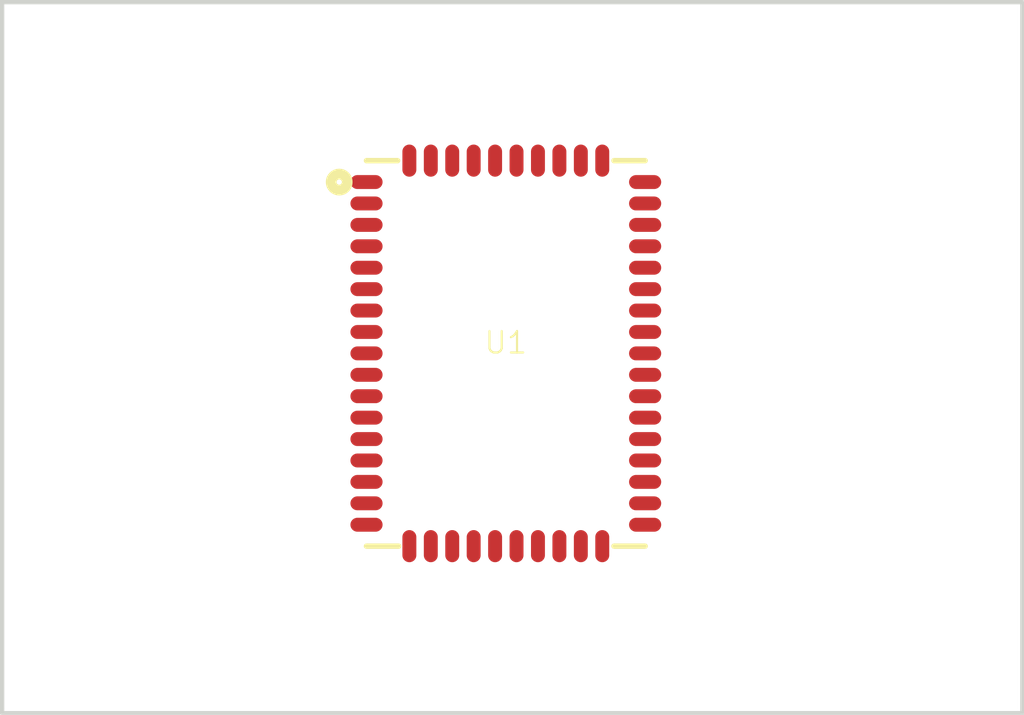
<source format=kicad_pcb>
(kicad_pcb (version 20221018) (generator pcbnew)
  (layers (0 "F.Cu" signal) (31 "B.Cu" signal) (34 "B.Paste" user) (35 "F.Paste" user) (36 "B.SilkS" user "B.Silkscreen") (37 "F.SilkS" user "F.Silkscreen") (38 "B.Mask" user) (39 "F.Mask" user) (44 "Edge.Cuts" user))
  (net 0 "")
  (footprint "QCC3040:QCC3040" (layer "F.Cu") (at 169.3 112.8)
    (fp_text reference "U1" (at 0 -0.5 unlocked) (layer "F.SilkS") (effects (font (thickness 0.1))))
    (fp_text value "~")
    (fp_line (start -6.5 9) (end -5 9) (stroke (width 0.254)) (layer "F.SilkS"))
    (fp_line (start -5.05 -9) (end -6.5 -9) (stroke (width 0.254)) (layer "F.SilkS"))
    (fp_line (start 5.05 9) (end 6.5 9) (stroke (width 0.254)) (layer "F.SilkS"))
    (fp_line (start 6.5 -9) (end 5.05 -9) (stroke (width 0.254)) (layer "F.SilkS"))
    (fp_circle (center -7.77328 -7.99884) (end -7.77328 -8.1237) (stroke (width 0.5)) (fill none) (layer "F.SilkS"))
    (pad "1" smd oval (at -6.5 -8.00001 90) (size 0.65 1.5) (layers "F.Cu" "F.Paste" "F.Mask"))
    (pad "2" smd oval (at -6.5 -7.00001 90) (size 0.65 1.5) (layers "F.Cu" "F.Paste" "F.Mask"))
    (pad "3" smd oval (at -6.5 -6.00001 90) (size 0.65 1.5) (layers "F.Cu" "F.Paste" "F.Mask"))
    (pad "4" smd oval (at -6.5 -5.00001 90) (size 0.65 1.5) (layers "F.Cu" "F.Paste" "F.Mask"))
    (pad "5" smd oval (at -6.5 -4.00001 90) (size 0.65 1.5) (layers "F.Cu" "F.Paste" "F.Mask"))
    (pad "6" smd oval (at -6.5 -3 90) (size 0.65 1.5) (layers "F.Cu" "F.Paste" "F.Mask"))
    (pad "7" smd oval (at -6.5 -2 90) (size 0.65 1.5) (layers "F.Cu" "F.Paste" "F.Mask"))
    (pad "8" smd oval (at -6.5 -1 90) (size 0.65 1.5) (layers "F.Cu" "F.Paste" "F.Mask"))
    (pad "9" smd oval (at -6.5 0 90) (size 0.65 1.5) (layers "F.Cu" "F.Paste" "F.Mask"))
    (pad "10" smd oval (at -6.5 1 90) (size 0.65 1.5) (layers "F.Cu" "F.Paste" "F.Mask"))
    (pad "11" smd oval (at -6.5 2 90) (size 0.65 1.5) (layers "F.Cu" "F.Paste" "F.Mask"))
    (pad "12" smd oval (at -6.5 3 90) (size 0.65 1.5) (layers "F.Cu" "F.Paste" "F.Mask"))
    (pad "13" smd oval (at -6.5 4 90) (size 0.65 1.5) (layers "F.Cu" "F.Paste" "F.Mask"))
    (pad "14" smd oval (at -6.5 5 90) (size 0.65 1.5) (layers "F.Cu" "F.Paste" "F.Mask"))
    (pad "15" smd oval (at -6.5 6 90) (size 0.65 1.5) (layers "F.Cu" "F.Paste" "F.Mask"))
    (pad "16" smd oval (at -6.5 7 90) (size 0.65 1.5) (layers "F.Cu" "F.Paste" "F.Mask"))
    (pad "17" smd oval (at -6.5 8 90) (size 0.65 1.5) (layers "F.Cu" "F.Paste" "F.Mask"))
    (pad "18" smd oval (at -4.5 9) (size 0.65 1.5) (layers "F.Cu" "F.Paste" "F.Mask"))
    (pad "19" smd oval (at -3.5 9) (size 0.65 1.5) (layers "F.Cu" "F.Paste" "F.Mask"))
    (pad "20" smd oval (at -2.5 9) (size 0.65 1.5) (layers "F.Cu" "F.Paste" "F.Mask"))
    (pad "21" smd oval (at -1.5 9) (size 0.65 1.5) (layers "F.Cu" "F.Paste" "F.Mask"))
    (pad "22" smd oval (at -0.5 9) (size 0.65 1.5) (layers "F.Cu" "F.Paste" "F.Mask"))
    (pad "23" smd oval (at 0.5 9) (size 0.65 1.5) (layers "F.Cu" "F.Paste" "F.Mask"))
    (pad "24" smd oval (at 1.5 9) (size 0.65 1.5) (layers "F.Cu" "F.Paste" "F.Mask"))
    (pad "25" smd oval (at 2.5 9) (size 0.65 1.5) (layers "F.Cu" "F.Paste" "F.Mask"))
    (pad "26" smd oval (at 3.5 9) (size 0.65 1.5) (layers "F.Cu" "F.Paste" "F.Mask"))
    (pad "27" smd oval (at 4.5 9) (size 0.65 1.5) (layers "F.Cu" "F.Paste" "F.Mask"))
    (pad "28" smd oval (at 6.5 8 90) (size 0.65 1.5) (layers "F.Cu" "F.Paste" "F.Mask"))
    (pad "29" smd oval (at 6.5 7 90) (size 0.65 1.5) (layers "F.Cu" "F.Paste" "F.Mask"))
    (pad "30" smd oval (at 6.5 6 90) (size 0.65 1.5) (layers "F.Cu" "F.Paste" "F.Mask"))
    (pad "31" smd oval (at 6.5 5 90) (size 0.65 1.5) (layers "F.Cu" "F.Paste" "F.Mask"))
    (pad "32" smd oval (at 6.5 4 90) (size 0.65 1.5) (layers "F.Cu" "F.Paste" "F.Mask"))
    (pad "33" smd oval (at 6.5 3 90) (size 0.65 1.5) (layers "F.Cu" "F.Paste" "F.Mask"))
    (pad "34" smd oval (at 6.5 2 90) (size 0.65 1.5) (layers "F.Cu" "F.Paste" "F.Mask"))
    (pad "35" smd oval (at 6.5 1 90) (size 0.65 1.5) (layers "F.Cu" "F.Paste" "F.Mask"))
    (pad "36" smd oval (at 6.5 0 90) (size 0.65 1.5) (layers "F.Cu" "F.Paste" "F.Mask"))
    (pad "37" smd oval (at 6.5 -1 90) (size 0.65 1.5) (layers "F.Cu" "F.Paste" "F.Mask"))
    (pad "38" smd oval (at 6.5 -2 90) (size 0.65 1.5) (layers "F.Cu" "F.Paste" "F.Mask"))
    (pad "39" smd oval (at 6.5 -3 90) (size 0.65 1.5) (layers "F.Cu" "F.Paste" "F.Mask"))
    (pad "40" smd oval (at 6.5 -4.00001 90) (size 0.65 1.5) (layers "F.Cu" "F.Paste" "F.Mask"))
    (pad "41" smd oval (at 6.5 -5.00001 90) (size 0.65 1.5) (layers "F.Cu" "F.Paste" "F.Mask"))
    (pad "42" smd oval (at 6.5 -6.00001 90) (size 0.65 1.5) (layers "F.Cu" "F.Paste" "F.Mask"))
    (pad "43" smd oval (at 6.5 -7.00001 90) (size 0.65 1.5) (layers "F.Cu" "F.Paste" "F.Mask"))
    (pad "44" smd oval (at 6.5 -8.00001 90) (size 0.65 1.5) (layers "F.Cu" "F.Paste" "F.Mask"))
    (pad "45" smd oval (at 4.5 -9.00001) (size 0.65 1.5) (layers "F.Cu" "F.Paste" "F.Mask"))
    (pad "46" smd oval (at 3.5 -9.00001) (size 0.65 1.5) (layers "F.Cu" "F.Paste" "F.Mask"))
    (pad "47" smd oval (at 2.5 -9.00001) (size 0.65 1.5) (layers "F.Cu" "F.Paste" "F.Mask"))
    (pad "48" smd oval (at 1.5 -9.00001) (size 0.65 1.5) (layers "F.Cu" "F.Paste" "F.Mask"))
    (pad "49" smd oval (at 0.5 -9.00001) (size 0.65 1.5) (layers "F.Cu" "F.Paste" "F.Mask"))
    (pad "50" smd oval (at -0.5 -9.00001) (size 0.65 1.5) (layers "F.Cu" "F.Paste" "F.Mask"))
    (pad "51" smd oval (at -1.5 -9.00001) (size 0.65 1.5) (layers "F.Cu" "F.Paste" "F.Mask"))
    (pad "52" smd oval (at -2.5 -9.00001) (size 0.65 1.5) (layers "F.Cu" "F.Paste" "F.Mask"))
    (pad "53" smd oval (at -3.5 -9.00001) (size 0.65 1.5) (layers "F.Cu" "F.Paste" "F.Mask"))
    (pad "54" smd oval (at -4.5 -9.00001) (size 0.65 1.5) (layers "F.Cu" "F.Paste" "F.Mask"))
  )
  (gr_rect (start 145.8 96.4) (end 193.4 129.6) (stroke (width 0.2)) (fill none) (layer "Edge.Cuts"))
)
</source>
